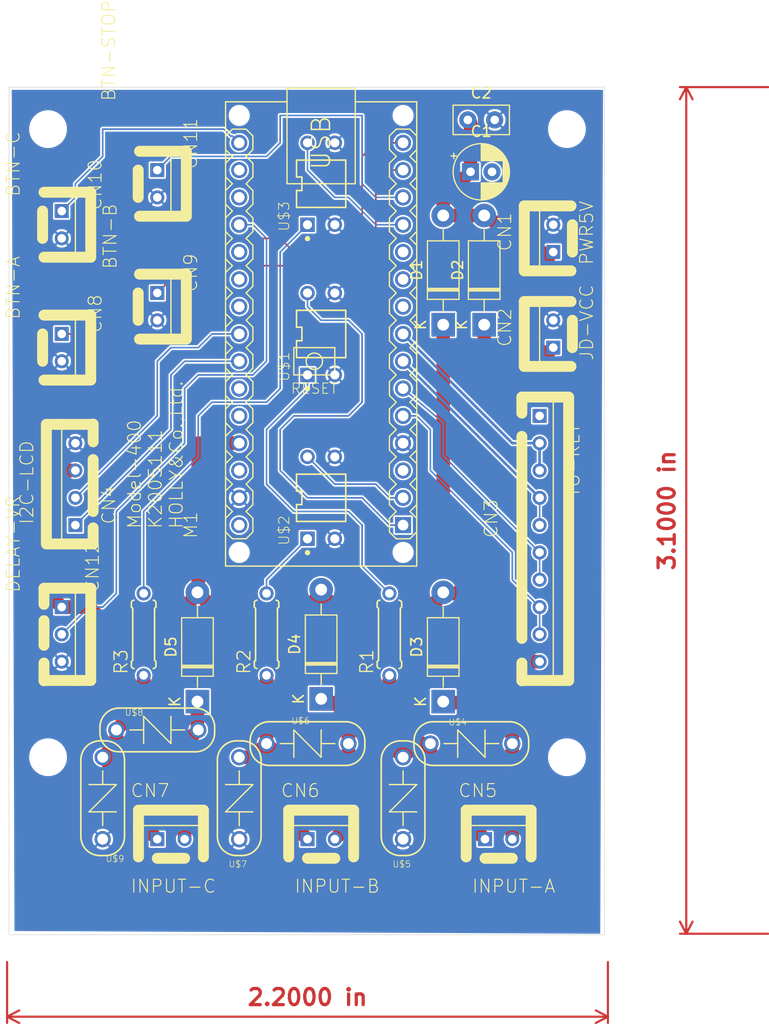
<source format=kicad_pcb>
(kicad_pcb (version 20171130) (host pcbnew 5.1.6-c6e7f7d~86~ubuntu18.04.1)
  (layers (0 Top signal) (31 Bottom signal hide) (34 B.Paste user hide) (35 F.Paste user hide) (36 B.SilkS user) (37 F.SilkS user) (38 B.Mask user hide) (39 F.Mask user hide) (44 Edge.Cuts user))
  (net 0 "")
  (net 1 VIN)
  (net 2 3V3)
  (net 3 GND)
  (net 4 /5V_M)
  (net 5 "Net-(CN10-PadP$1)")
  (net 6 "Net-(M1-PadJ2.13)")
  (net 7 "Net-(CN11-PadP$1)")
  (net 8 "Net-(M1-PadJ2.10)")
  (net 9 "Net-(CN12-PadP$2)")
  (net 10 "Net-(M1-PadJ2.11)")
  (net 11 "Net-(M1-PadJ2.9)")
  (net 12 "Net-(M1-PadJ2.6)")
  (net 13 "Net-(M1-PadJ2.5)")
  (net 14 "Net-(M1-PadJ2.3)")
  (net 15 "Net-(M1-PadJ1.12)")
  (net 16 "Net-(M1-PadJ1.11)")
  (net 17 "Net-(M1-PadJ1.10)")
  (net 18 "Net-(M1-PadJ1.9)")
  (net 19 "Net-(M1-PadJ1.3)")
  (net 20 "Net-(M1-PadJ1.2)")
  (net 21 "Net-(M1-PadJ1.1)")
  (net 22 "Net-(R1-Pad2)")
  (net 23 "Net-(R2-Pad2)")
  (net 24 "Net-(R3-Pad2)")
  (net 25 "Net-(CN5-PadP$2)")
  (net 26 "Net-(CN5-PadP$1)")
  (net 27 "Net-(CN6-PadP$2)")
  (net 28 "Net-(CN6-PadP$1)")
  (net 29 "Net-(CN8-PadP$1)")
  (net 30 "Net-(CN9-PadP$1)")
  (net 31 "Net-(CN4-PadP$1)")
  (net 32 "Net-(CN4-PadP$2)")
  (net 33 "Net-(CN3-PadP$2)")
  (net 34 "Net-(CN3-PadP$4)")
  (net 35 "Net-(CN3-PadP$6)")
  (net 36 "Net-(CN3-PadP$8)")
  (net 37 "Net-(CN3-PadP$1)")
  (net 38 "Net-(CN7-PadP$1)")
  (net 39 "Net-(CN7-PadP$2)")
  (net 40 /5V_JDV)
  (net 41 /5V_MPU)
  (module HOLE:MountingHole_3.2mm_M3_ISO7380 (layer Top) (at 172.7961 127.8586)
    (fp_text reference REF** hide)
    (fp_text value MountingHole_3.2mm_M3_ISO7380)
    (pad "" np_thru_hole circle (at 0 0) (size 3.2 3.2) (drill 3.2) (layers *.Cu *.Mask))
  )
  (module HOLE:MountingHole_3.2mm_M3_ISO7380 (layer Top) (at 124.5108 69.4436)
    (fp_text reference REF** hide)
    (fp_text value MountingHole_3.2mm_M3_ISO7380)
    (pad "" np_thru_hole circle (at 0.0253 -0.005) (size 3.2 3.2) (drill 3.2) (layers *.Cu *.Mask))
  )
  (module HOLE:MountingHole_3.2mm_M3_ISO7380 (layer Top) (at 123.19 128.27)
    (fp_text reference REF** hide)
    (fp_text value MountingHole_3.2mm_M3_ISO7380)
    (pad "" np_thru_hole circle (at 1.3461 -0.4114) (size 3.2 3.2) (drill 3.2) (layers *.Cu *.Mask))
  )
  (module HOLE:MountingHole_3.2mm_M3_ISO7380 (layer Top) (at 172.72 69.85)
    (fp_text reference REF** hide)
    (fp_text value MountingHole_3.2mm_M3_ISO7380)
    (pad "" np_thru_hole circle (at 0.0761 -0.4114) (size 3.2 3.2) (drill 3.2) (layers *.Cu *.Mask))
  )
  (module 001:ARDUINO-NANO-3.0 (layer Top) (at 149.9361 88.4886 270)
    (fp_text reference M1 (at 17.78 11.43 90) (layer F.SilkS) (effects (font (size 1.2065 1.2065) (thickness 0.09652)) (justify bottom)))
    (fp_text value ARDUINO-NANO-3.0)
    (fp_text user RESET (at 5.08 0.635) (layer F.SilkS) (effects (font (size 0.9652 0.9652) (thickness 0.08128))))
    (fp_text user USB (at -17.78 0 270) (layer F.SilkS) (effects (font (size 1.6891 1.6891) (thickness 0.14224))))
    (pad "" np_thru_hole circle (at 20.32 -7.62 270) (size 1.651 1.651) (drill 1.651) (layers *.Cu *.Mask))
    (pad "" np_thru_hole circle (at 20.32 7.62 270) (size 1.651 1.651) (drill 1.651) (layers *.Cu *.Mask))
    (pad "" np_thru_hole circle (at -20.32 7.62 270) (size 1.651 1.651) (drill 1.651) (layers *.Cu *.Mask))
    (pad "" np_thru_hole circle (at -20.32 -7.62 270) (size 1.651 1.651) (drill 1.651) (layers *.Cu *.Mask))
    (pad J2.15 thru_hole circle (at -17.78 7.62 270) (size 1.508 1.508) (drill 1) (layers *.Cu *.Mask) (net 5 "Net-(CN10-PadP$1)"))
    (pad J2.14 thru_hole circle (at -15.24 7.62 270) (size 1.508 1.508) (drill 1) (layers *.Cu *.Mask) (net 2 3V3))
    (pad J2.13 thru_hole circle (at -12.7 7.62 270) (size 1.508 1.508) (drill 1) (layers *.Cu *.Mask) (net 6 "Net-(M1-PadJ2.13)"))
    (pad J1.15 thru_hole circle (at -17.78 -7.62 270) (size 1.508 1.508) (drill 1) (layers *.Cu *.Mask) (net 29 "Net-(CN8-PadP$1)"))
    (pad J1.14 thru_hole circle (at -15.24 -7.62 270) (size 1.508 1.508) (drill 1) (layers *.Cu *.Mask) (net 30 "Net-(CN9-PadP$1)"))
    (pad J1.13 thru_hole circle (at -12.7 -7.62 270) (size 1.508 1.508) (drill 1) (layers *.Cu *.Mask) (net 7 "Net-(CN11-PadP$1)"))
    (pad J2.7 thru_hole circle (at 2.54 7.62 270) (size 1.508 1.508) (drill 1) (layers *.Cu *.Mask) (net 31 "Net-(CN4-PadP$1)"))
    (pad J2.10 thru_hole circle (at -5.08 7.62 270) (size 1.508 1.508) (drill 1) (layers *.Cu *.Mask) (net 8 "Net-(M1-PadJ2.10)"))
    (pad J2.12 thru_hole circle (at -10.16 7.62 270) (size 1.508 1.508) (drill 1) (layers *.Cu *.Mask) (net 9 "Net-(CN12-PadP$2)"))
    (pad J2.11 thru_hole circle (at -7.62 7.62 270) (size 1.508 1.508) (drill 1) (layers *.Cu *.Mask) (net 10 "Net-(M1-PadJ2.11)"))
    (pad J2.9 thru_hole circle (at -2.54 7.62 270) (size 1.508 1.508) (drill 1) (layers *.Cu *.Mask) (net 11 "Net-(M1-PadJ2.9)"))
    (pad J2.8 thru_hole circle (at 0 7.62 270) (size 1.508 1.508) (drill 1) (layers *.Cu *.Mask) (net 32 "Net-(CN4-PadP$2)"))
    (pad J2.6 thru_hole circle (at 5.08 7.62 270) (size 1.508 1.508) (drill 1) (layers *.Cu *.Mask) (net 12 "Net-(M1-PadJ2.6)"))
    (pad J2.5 thru_hole circle (at 7.62 7.62 270) (size 1.508 1.508) (drill 1) (layers *.Cu *.Mask) (net 13 "Net-(M1-PadJ2.5)"))
    (pad J2.4 thru_hole circle (at 10.16 7.62 270) (size 1.508 1.508) (drill 1) (layers *.Cu *.Mask) (net 41 /5V_MPU))
    (pad J2.3 thru_hole circle (at 12.7 7.62 270) (size 1.508 1.508) (drill 1) (layers *.Cu *.Mask) (net 14 "Net-(M1-PadJ2.3)"))
    (pad J2.2 thru_hole circle (at 15.24 7.62 270) (size 1.508 1.508) (drill 1) (layers *.Cu *.Mask) (net 3 GND))
    (pad J2.1 thru_hole circle (at 17.78 7.62 270) (size 1.508 1.508) (drill 1) (layers *.Cu *.Mask) (net 1 VIN))
    (pad J1.12 thru_hole circle (at -10.16 -7.62 270) (size 1.508 1.508) (drill 1) (layers *.Cu *.Mask) (net 15 "Net-(M1-PadJ1.12)"))
    (pad J1.11 thru_hole circle (at -7.62 -7.62 270) (size 1.508 1.508) (drill 1) (layers *.Cu *.Mask) (net 16 "Net-(M1-PadJ1.11)"))
    (pad J1.10 thru_hole circle (at -5.08 -7.62 270) (size 1.508 1.508) (drill 1) (layers *.Cu *.Mask) (net 17 "Net-(M1-PadJ1.10)"))
    (pad J1.9 thru_hole circle (at -2.54 -7.62 270) (size 1.508 1.508) (drill 1) (layers *.Cu *.Mask) (net 18 "Net-(M1-PadJ1.9)"))
    (pad J1.8 thru_hole circle (at 0 -7.62 270) (size 1.508 1.508) (drill 1) (layers *.Cu *.Mask) (net 33 "Net-(CN3-PadP$2)"))
    (pad J1.7 thru_hole circle (at 2.54 -7.62 270) (size 1.508 1.508) (drill 1) (layers *.Cu *.Mask) (net 34 "Net-(CN3-PadP$4)"))
    (pad J1.6 thru_hole circle (at 5.08 -7.62 270) (size 1.508 1.508) (drill 1) (layers *.Cu *.Mask) (net 35 "Net-(CN3-PadP$6)"))
    (pad J1.5 thru_hole circle (at 7.62 -7.62 270) (size 1.508 1.508) (drill 1) (layers *.Cu *.Mask) (net 36 "Net-(CN3-PadP$8)"))
    (pad J1.4 thru_hole circle (at 10.16 -7.62 270) (size 1.508 1.508) (drill 1) (layers *.Cu *.Mask) (net 3 GND))
    (pad J1.3 thru_hole circle (at 12.7 -7.62 270) (size 1.508 1.508) (drill 1) (layers *.Cu *.Mask) (net 19 "Net-(M1-PadJ1.3)"))
    (pad J1.2 thru_hole circle (at 15.24 -7.62 270) (size 1.508 1.508) (drill 1) (layers *.Cu *.Mask) (net 20 "Net-(M1-PadJ1.2)"))
    (pad J1.1 thru_hole rect (at 17.78 -7.62 270) (size 1.508 1.508) (drill 1) (layers *.Cu *.Mask) (net 21 "Net-(M1-PadJ1.1)"))
  )
  (module 001:B02B-XH (layer Top) (at 171.5261 78.3286 90)
    (fp_text reference CN1 (at -2.54 -3.81 90) (layer F.SilkS) (effects (font (size 1.2065 1.2065) (thickness 0.09652)) (justify left bottom)))
    (fp_text value PWR5V (at -3.81 3.81 90) (layer F.SilkS) (effects (font (size 1.2065 1.2065) (thickness 0.09652)) (justify left bottom)))
    (pad P$2 thru_hole circle (at 0 0 90) (size 1.308 1.308) (drill 0.8) (layers *.Cu *.Mask) (net 3 GND))
    (pad P$1 thru_hole rect (at -2.54 0 90) (size 1.308 1.308) (drill 0.8) (layers *.Cu *.Mask) (net 4 /5V_M))
  )
  (module 001:B02B-XH (layer Top) (at 167.7161 135.4786)
    (fp_text reference CN5 (at -5.08 -3.81) (layer F.SilkS) (effects (font (size 1.2065 1.2065) (thickness 0.09652)) (justify left bottom)))
    (fp_text value INPUT-A (at -3.81 5.08) (layer F.SilkS) (effects (font (size 1.2065 1.2065) (thickness 0.09652)) (justify left bottom)))
    (pad P$2 thru_hole circle (at 0 0) (size 1.308 1.308) (drill 0.8) (layers *.Cu *.Mask) (net 25 "Net-(CN5-PadP$2)"))
    (pad P$1 thru_hole rect (at -2.54 0) (size 1.308 1.308) (drill 0.8) (layers *.Cu *.Mask) (net 26 "Net-(CN5-PadP$1)"))
  )
  (module 001:B02B-XH (layer Top) (at 151.2061 135.4786)
    (fp_text reference CN6 (at -5.08 -3.81) (layer F.SilkS) (effects (font (size 1.2065 1.2065) (thickness 0.09652)) (justify left bottom)))
    (fp_text value INPUT-B (at -3.81 5.08) (layer F.SilkS) (effects (font (size 1.2065 1.2065) (thickness 0.09652)) (justify left bottom)))
    (pad P$2 thru_hole circle (at 0 0) (size 1.308 1.308) (drill 0.8) (layers *.Cu *.Mask) (net 27 "Net-(CN6-PadP$2)"))
    (pad P$1 thru_hole rect (at -2.54 0) (size 1.308 1.308) (drill 0.8) (layers *.Cu *.Mask) (net 28 "Net-(CN6-PadP$1)"))
  )
  (module 001:B10B-XH (layer Top) (at 170.2561 98.6486 270)
    (fp_text reference CN3 (at 8.89 3.81 90) (layer F.SilkS) (effects (font (size 1.2065 1.2065) (thickness 0.09652)) (justify left bottom)))
    (fp_text value TO-RLY (at 5.08 -3.81 90) (layer F.SilkS) (effects (font (size 1.2065 1.2065) (thickness 0.09652)) (justify left bottom)))
    (pad P$10 thru_hole circle (at 20.32 0 270) (size 1.308 1.308) (drill 0.8) (layers *.Cu *.Mask) (net 41 /5V_MPU))
    (pad P$9 thru_hole circle (at 17.78 0 270) (size 1.308 1.308) (drill 0.8) (layers *.Cu *.Mask) (net 36 "Net-(CN3-PadP$8)"))
    (pad P$8 thru_hole circle (at 15.24 0 270) (size 1.308 1.308) (drill 0.8) (layers *.Cu *.Mask) (net 36 "Net-(CN3-PadP$8)"))
    (pad P$7 thru_hole circle (at 12.7 0 270) (size 1.308 1.308) (drill 0.8) (layers *.Cu *.Mask) (net 35 "Net-(CN3-PadP$6)"))
    (pad P$6 thru_hole circle (at 10.16 0 270) (size 1.308 1.308) (drill 0.8) (layers *.Cu *.Mask) (net 35 "Net-(CN3-PadP$6)"))
    (pad P$5 thru_hole circle (at 7.62 0 270) (size 1.308 1.308) (drill 0.8) (layers *.Cu *.Mask) (net 34 "Net-(CN3-PadP$4)"))
    (pad P$4 thru_hole circle (at 5.08 0 270) (size 1.308 1.308) (drill 0.8) (layers *.Cu *.Mask) (net 34 "Net-(CN3-PadP$4)"))
    (pad P$3 thru_hole circle (at 2.54 0 270) (size 1.308 1.308) (drill 0.8) (layers *.Cu *.Mask) (net 33 "Net-(CN3-PadP$2)"))
    (pad P$2 thru_hole circle (at 0 0 270) (size 1.308 1.308) (drill 0.8) (layers *.Cu *.Mask) (net 33 "Net-(CN3-PadP$2)"))
    (pad P$1 thru_hole rect (at -2.54 0 270) (size 1.308 1.308) (drill 0.8) (layers *.Cu *.Mask) (net 37 "Net-(CN3-PadP$1)"))
  )
  (module 001:B02B-XH (layer Top) (at 171.5261 87.2186 90)
    (fp_text reference CN2 (at -2.54 -3.81 90) (layer F.SilkS) (effects (font (size 1.2065 1.2065) (thickness 0.09652)) (justify left bottom)))
    (fp_text value JD-VCC (at -3.81 3.81 90) (layer F.SilkS) (effects (font (size 1.2065 1.2065) (thickness 0.09652)) (justify left bottom)))
    (pad P$2 thru_hole circle (at 0 0 90) (size 1.308 1.308) (drill 0.8) (layers *.Cu *.Mask) (net 3 GND))
    (pad P$1 thru_hole rect (at -2.54 0 90) (size 1.308 1.308) (drill 0.8) (layers *.Cu *.Mask) (net 40 /5V_JDV))
  )
  (module 001:B02B-XH (layer Top) (at 125.8061 91.0286 270)
    (fp_text reference CN8 (at -2.54 -3.81 90) (layer F.SilkS) (effects (font (size 1.2065 1.2065) (thickness 0.09652)) (justify left bottom)))
    (fp_text value BTN-A (at -3.81 3.81 90) (layer F.SilkS) (effects (font (size 1.2065 1.2065) (thickness 0.09652)) (justify left bottom)))
    (pad P$2 thru_hole circle (at 0 0 270) (size 1.308 1.308) (drill 0.8) (layers *.Cu *.Mask) (net 3 GND))
    (pad P$1 thru_hole rect (at -2.54 0 270) (size 1.308 1.308) (drill 0.8) (layers *.Cu *.Mask) (net 29 "Net-(CN8-PadP$1)"))
  )
  (module 001:TOSHIBA_TLP222A_F_0 (layer Top) (at 149.9361 88.4886 90)
    (fp_text reference U$1 (at -4.485 -2.89 90) (layer F.SilkS) (effects (font (size 0.95 0.95) (thickness 0.076)) (justify left bottom)))
    (fp_text value U1 hide)
    (pad 4 thru_hole circle (at 3.81 -1.27 90) (size 1.35 1.35) (drill 0.85) (layers *.Cu *.Mask) (net 21 "Net-(M1-PadJ1.1)"))
    (pad 3 thru_hole circle (at 3.81 1.27 90) (size 1.35 1.35) (drill 0.85) (layers *.Cu *.Mask) (net 3 GND))
    (pad 2 thru_hole circle (at -3.81 1.27 90) (size 1.35 1.35) (drill 0.85) (layers *.Cu *.Mask) (net 3 GND))
    (pad 1 thru_hole rect (at -3.81 -1.27 90) (size 1.35 1.35) (drill 0.85) (layers *.Cu *.Mask) (net 22 "Net-(R1-Pad2)"))
  )
  (module 001:TOSHIBA_TLP222A_F_0 (layer Top) (at 149.9361 103.7286 90)
    (fp_text reference U$2 (at -4.485 -2.89 90) (layer F.SilkS) (effects (font (size 0.95 0.95) (thickness 0.076)) (justify left bottom)))
    (fp_text value TOSHIBA_TLP222A_F_SIMPLE hide)
    (pad 4 thru_hole circle (at 3.81 -1.27 90) (size 1.35 1.35) (drill 0.85) (layers *.Cu *.Mask) (net 20 "Net-(M1-PadJ1.2)"))
    (pad 3 thru_hole circle (at 3.81 1.27 90) (size 1.35 1.35) (drill 0.85) (layers *.Cu *.Mask) (net 3 GND))
    (pad 2 thru_hole circle (at -3.81 1.27 90) (size 1.35 1.35) (drill 0.85) (layers *.Cu *.Mask) (net 3 GND))
    (pad 1 thru_hole rect (at -3.81 -1.27 90) (size 1.35 1.35) (drill 0.85) (layers *.Cu *.Mask) (net 23 "Net-(R2-Pad2)"))
  )
  (module 001:B04B-XH (layer Top) (at 127.0761 103.7286 90)
    (fp_text reference CN4 (at -2.54 3.81 90) (layer F.SilkS) (effects (font (size 1.2065 1.2065) (thickness 0.09652)) (justify left bottom)))
    (fp_text value I2C-LCD (at -2.54 -3.81 90) (layer F.SilkS) (effects (font (size 1.2065 1.2065) (thickness 0.09652)) (justify left bottom)))
    (pad P$4 thru_hole circle (at 5.08 0 90) (size 1.308 1.308) (drill 0.8) (layers *.Cu *.Mask) (net 3 GND))
    (pad P$3 thru_hole circle (at 2.54 0 90) (size 1.308 1.308) (drill 0.8) (layers *.Cu *.Mask) (net 41 /5V_MPU))
    (pad P$2 thru_hole circle (at 0 0 90) (size 1.308 1.308) (drill 0.8) (layers *.Cu *.Mask) (net 32 "Net-(CN4-PadP$2)"))
    (pad P$1 thru_hole rect (at -2.54 0 90) (size 1.308 1.308) (drill 0.8) (layers *.Cu *.Mask) (net 31 "Net-(CN4-PadP$1)"))
  )
  (module 001:0207_7 (layer Top) (at 156.2861 116.4286 90)
    (fp_text reference R1 (at -3.81 -1.397 90) (layer F.SilkS) (effects (font (size 1.2065 1.2065) (thickness 0.12065)) (justify left bottom)))
    (fp_text value 4.7k)
    (pad 2 thru_hole circle (at 3.81 0 90) (size 1.3208 1.3208) (drill 0.8128) (layers *.Cu *.Mask) (net 22 "Net-(R1-Pad2)"))
    (pad 1 thru_hole circle (at -3.81 0 90) (size 1.3208 1.3208) (drill 0.8128) (layers *.Cu *.Mask) (net 26 "Net-(CN5-PadP$1)"))
  )
  (module 001:0207_7 (layer Top) (at 144.8561 116.4286 90)
    (fp_text reference R2 (at -3.81 -1.397 90) (layer F.SilkS) (effects (font (size 1.2065 1.2065) (thickness 0.12065)) (justify left bottom)))
    (fp_text value 4.7k)
    (pad 2 thru_hole circle (at 3.81 0 90) (size 1.3208 1.3208) (drill 0.8128) (layers *.Cu *.Mask) (net 23 "Net-(R2-Pad2)"))
    (pad 1 thru_hole circle (at -3.81 0 90) (size 1.3208 1.3208) (drill 0.8128) (layers *.Cu *.Mask) (net 28 "Net-(CN6-PadP$1)"))
  )
  (module 001:B02B-XH (layer Top) (at 134.6961 87.2186 270)
    (fp_text reference CN9 (at -2.54 -3.81 90) (layer F.SilkS) (effects (font (size 1.2065 1.2065) (thickness 0.09652)) (justify left bottom)))
    (fp_text value BTN-B (at -4.699 3.683 90) (layer F.SilkS) (effects (font (size 1.2065 1.2065) (thickness 0.09652)) (justify left bottom)))
    (pad P$2 thru_hole circle (at 0 0 270) (size 1.308 1.308) (drill 0.8) (layers *.Cu *.Mask) (net 3 GND))
    (pad P$1 thru_hole rect (at -2.54 0 270) (size 1.308 1.308) (drill 0.8) (layers *.Cu *.Mask) (net 30 "Net-(CN9-PadP$1)"))
  )
  (module 001:B02B-XH (layer Top) (at 134.6961 75.7886 270)
    (fp_text reference CN11 (at -2.54 -3.81 90) (layer F.SilkS) (effects (font (size 1.2065 1.2065) (thickness 0.09652)) (justify left bottom)))
    (fp_text value BTN-STOP (at -8.89 3.81 90) (layer F.SilkS) (effects (font (size 1.2065 1.2065) (thickness 0.09652)) (justify left bottom)))
    (pad P$2 thru_hole circle (at 0 0 270) (size 1.308 1.308) (drill 0.8) (layers *.Cu *.Mask) (net 3 GND))
    (pad P$1 thru_hole rect (at -2.54 0 270) (size 1.308 1.308) (drill 0.8) (layers *.Cu *.Mask) (net 7 "Net-(CN11-PadP$1)"))
  )
  (module 001:B03B-XH (layer Top) (at 125.8061 116.4286 270)
    (fp_text reference CN12 (at -3.81 -3.556 90) (layer F.SilkS) (effects (font (size 1.2065 1.2065) (thickness 0.09652)) (justify left bottom)))
    (fp_text value DELAY-VR (at -3.81 3.81 90) (layer F.SilkS) (effects (font (size 1.2065 1.2065) (thickness 0.09652)) (justify left bottom)))
    (pad P$3 thru_hole circle (at 2.54 0 270) (size 1.308 1.308) (drill 0.8) (layers *.Cu *.Mask) (net 3 GND))
    (pad P$2 thru_hole circle (at 0 0 270) (size 1.308 1.308) (drill 0.8) (layers *.Cu *.Mask) (net 9 "Net-(CN12-PadP$2)"))
    (pad P$1 thru_hole rect (at -2.54 0 270) (size 1.308 1.308) (drill 0.8) (layers *.Cu *.Mask) (net 41 /5V_MPU))
  )
  (module 001:TOSHIBA_TLP222A_F_0 (layer Top) (at 149.9361 74.5186 90)
    (fp_text reference U$3 (at -4.485 -2.89 90) (layer F.SilkS) (effects (font (size 0.95 0.95) (thickness 0.076)) (justify left bottom)))
    (fp_text value TOSHIBA_TLP222A_F_SIMPLE hide)
    (pad 4 thru_hole circle (at 3.81 -1.27 90) (size 1.35 1.35) (drill 0.85) (layers *.Cu *.Mask) (net 15 "Net-(M1-PadJ1.12)"))
    (pad 3 thru_hole circle (at 3.81 1.27 90) (size 1.35 1.35) (drill 0.85) (layers *.Cu *.Mask) (net 3 GND))
    (pad 2 thru_hole circle (at -3.81 1.27 90) (size 1.35 1.35) (drill 0.85) (layers *.Cu *.Mask) (net 3 GND))
    (pad 1 thru_hole rect (at -3.81 -1.27 90) (size 1.35 1.35) (drill 0.85) (layers *.Cu *.Mask) (net 24 "Net-(R3-Pad2)"))
  )
  (module 001:0207_7 (layer Top) (at 133.4261 116.4286 90)
    (fp_text reference R3 (at -3.81 -1.397 90) (layer F.SilkS) (effects (font (size 1.2065 1.2065) (thickness 0.12065)) (justify left bottom)))
    (fp_text value 4.7k)
    (pad 2 thru_hole circle (at 3.81 0 90) (size 1.3208 1.3208) (drill 0.8128) (layers *.Cu *.Mask) (net 24 "Net-(R3-Pad2)"))
    (pad 1 thru_hole circle (at -3.81 0 90) (size 1.3208 1.3208) (drill 0.8128) (layers *.Cu *.Mask) (net 38 "Net-(CN7-PadP$1)"))
  )
  (module 001:B02B-XH (layer Top) (at 137.2361 135.4786)
    (fp_text reference CN7 (at -5.08 -3.81) (layer F.SilkS) (effects (font (size 1.2065 1.2065) (thickness 0.09652)) (justify left bottom)))
    (fp_text value INPUT-C (at -5.08 5.08) (layer F.SilkS) (effects (font (size 1.2065 1.2065) (thickness 0.09652)) (justify left bottom)))
    (pad P$2 thru_hole circle (at 0 0) (size 1.308 1.308) (drill 0.8) (layers *.Cu *.Mask) (net 39 "Net-(CN7-PadP$2)"))
    (pad P$1 thru_hole rect (at -2.54 0) (size 1.308 1.308) (drill 0.8) (layers *.Cu *.Mask) (net 38 "Net-(CN7-PadP$1)"))
  )
  (module 001:B02B-XH (layer Top) (at 125.8061 79.5986 270)
    (fp_text reference CN10 (at -2.54 -3.81 90) (layer F.SilkS) (effects (font (size 1.2065 1.2065) (thickness 0.09652)) (justify left bottom)))
    (fp_text value BTN-C (at -3.81 3.81 90) (layer F.SilkS) (effects (font (size 1.2065 1.2065) (thickness 0.09652)) (justify left bottom)))
    (pad P$2 thru_hole circle (at 0 0 270) (size 1.308 1.308) (drill 0.8) (layers *.Cu *.Mask) (net 3 GND))
    (pad P$1 thru_hole rect (at -2.54 0 270) (size 1.308 1.308) (drill 0.8) (layers *.Cu *.Mask) (net 5 "Net-(CN10-PadP$1)"))
  )
  (module 001:08-043X78_VARI (layer Top) (at 163.9061 126.5886 180)
    (fp_text reference U$4 (at 2.159 1.651) (layer F.SilkS) (effects (font (size 0.57912 0.57912) (thickness 0.057912)) (justify left bottom)))
    (fp_text value TNR10V471K)
    (pad 2 thru_hole circle (at 3.81 0 180) (size 1.524 1.524) (drill 1.016) (layers *.Cu *.Mask) (net 26 "Net-(CN5-PadP$1)"))
    (pad 1 thru_hole circle (at -3.81 0 180) (size 1.524 1.524) (drill 1.016) (layers *.Cu *.Mask) (net 25 "Net-(CN5-PadP$2)"))
  )
  (module 001:08-043X78_VARI (layer Top) (at 157.5561 131.6686 270)
    (fp_text reference U$5 (at 6.477 1.016) (layer F.SilkS) (effects (font (size 0.57912 0.57912) (thickness 0.057912)) (justify left bottom)))
    (fp_text value TNR10V471K)
    (pad 2 thru_hole circle (at 3.81 0 270) (size 1.524 1.524) (drill 1.016) (layers *.Cu *.Mask) (net 3 GND))
    (pad 1 thru_hole circle (at -3.81 0 270) (size 1.524 1.524) (drill 1.016) (layers *.Cu *.Mask) (net 26 "Net-(CN5-PadP$1)"))
  )
  (module 001:08-043X78_VARI (layer Top) (at 148.6661 126.5886 180)
    (fp_text reference U$6 (at 1.524 1.778) (layer F.SilkS) (effects (font (size 0.57912 0.57912) (thickness 0.057912)) (justify left bottom)))
    (fp_text value TNR10V471K)
    (pad 2 thru_hole circle (at 3.81 0 180) (size 1.524 1.524) (drill 1.016) (layers *.Cu *.Mask) (net 28 "Net-(CN6-PadP$1)"))
    (pad 1 thru_hole circle (at -3.81 0 180) (size 1.524 1.524) (drill 1.016) (layers *.Cu *.Mask) (net 27 "Net-(CN6-PadP$2)"))
  )
  (module 001:08-043X78_VARI (layer Top) (at 142.3161 131.6686 270)
    (fp_text reference U$7 (at 6.477 1.016) (layer F.SilkS) (effects (font (size 0.57912 0.57912) (thickness 0.057912)) (justify left bottom)))
    (fp_text value TNR10V471K)
    (pad 2 thru_hole circle (at 3.81 0 270) (size 1.524 1.524) (drill 1.016) (layers *.Cu *.Mask) (net 3 GND))
    (pad 1 thru_hole circle (at -3.81 0 270) (size 1.524 1.524) (drill 1.016) (layers *.Cu *.Mask) (net 28 "Net-(CN6-PadP$1)"))
  )
  (module 001:08-043X78_VARI (layer Top) (at 134.6961 125.3186)
    (fp_text reference U$8 (at -3.048 -1.27) (layer F.SilkS) (effects (font (size 0.57912 0.57912) (thickness 0.057912)) (justify left bottom)))
    (fp_text value TNR10V471K)
    (pad 2 thru_hole circle (at 3.81 0) (size 1.524 1.524) (drill 1.016) (layers *.Cu *.Mask) (net 39 "Net-(CN7-PadP$2)"))
    (pad 1 thru_hole circle (at -3.81 0) (size 1.524 1.524) (drill 1.016) (layers *.Cu *.Mask) (net 38 "Net-(CN7-PadP$1)"))
  )
  (module 001:08-043X78_VARI (layer Top) (at 129.6161 131.6686 90)
    (fp_text reference U$9 (at -5.969 0.254) (layer F.SilkS) (effects (font (size 0.57912 0.57912) (thickness 0.057912)) (justify left bottom)))
    (fp_text value TNR10V471K)
    (pad 2 thru_hole circle (at 3.81 0 90) (size 1.524 1.524) (drill 1.016) (layers *.Cu *.Mask) (net 38 "Net-(CN7-PadP$1)"))
    (pad 1 thru_hole circle (at -3.81 0 90) (size 1.524 1.524) (drill 1.016) (layers *.Cu *.Mask) (net 3 GND))
  )
  (module Diode_THT:D_DO-41_SOD81_P10.16mm_Horizontal (layer Top) (at 161.29 87.63 90)
    (fp_text reference D1 (at 5.08 -2.47 90) (layer F.SilkS))
    (fp_text value 1N4007)
    (fp_text user K (at 0 -2.1 90) (layer F.SilkS))
    (pad 2 thru_hole oval (at 10.16 0 90) (size 2.2 2.2) (drill 1.1) (layers *.Cu *.Mask) (net 4 /5V_M))
    (pad 1 thru_hole rect (at 0 0 90) (size 2.2 2.2) (drill 1.1) (layers *.Cu *.Mask))
  )
  (module Diode_THT:D_DO-41_SOD81_P10.16mm_Horizontal (layer Top) (at 165.1 87.63 90)
    (fp_text reference D2 (at 5.08 -2.47 90) (layer F.SilkS))
    (fp_text value 1N4007)
    (fp_text user K (at 0 -2.1 90) (layer F.SilkS))
    (pad 1 thru_hole rect (at 0 0 90) (size 2.2 2.2) (drill 1.1) (layers *.Cu *.Mask))
    (pad 2 thru_hole oval (at 10.16 0 90) (size 2.2 2.2) (drill 1.1) (layers *.Cu *.Mask) (net 4 /5V_M))
  )
  (module Diode_THT:D_DO-41_SOD81_P10.16mm_Horizontal (layer Top) (at 161.29 122.682 90)
    (fp_text reference D3 (at 5.08 -2.47 90) (layer F.SilkS))
    (fp_text value 1N4007)
    (fp_text user K (at 0 -2.1 90) (layer F.SilkS))
    (pad 2 thru_hole oval (at 10.16 0 90) (size 2.2 2.2) (drill 1.1) (layers *.Cu *.Mask))
    (pad 1 thru_hole rect (at 0 0 90) (size 2.2 2.2) (drill 1.1) (layers *.Cu *.Mask))
  )
  (module Diode_THT:D_DO-41_SOD81_P10.16mm_Horizontal (layer Top) (at 149.9361 122.428 90)
    (fp_text reference D4 (at 5.08 -2.47 90) (layer F.SilkS))
    (fp_text value 1N4007)
    (fp_text user K (at 0 -2.1 90) (layer F.SilkS))
    (pad 1 thru_hole rect (at 0 0 90) (size 2.2 2.2) (drill 1.1) (layers *.Cu *.Mask))
    (pad 2 thru_hole oval (at 10.16 0 90) (size 2.2 2.2) (drill 1.1) (layers *.Cu *.Mask))
  )
  (module Diode_THT:D_DO-41_SOD81_P10.16mm_Horizontal (layer Top) (at 138.43 122.682 90)
    (fp_text reference D5 (at 5.08 -2.47 90) (layer F.SilkS))
    (fp_text value 1N4007)
    (fp_text user K (at 0 -2.1 90) (layer F.SilkS))
    (pad 1 thru_hole rect (at 0 0 90) (size 2.2 2.2) (drill 1.1) (layers *.Cu *.Mask))
    (pad 2 thru_hole oval (at 10.16 0 90) (size 2.2 2.2) (drill 1.1) (layers *.Cu *.Mask))
  )
  (module C:CP_Radial_D5.0mm_P2.00mm (layer Top) (at 163.83 73.406)
    (fp_text reference C1 (at 1 -3.75) (layer F.SilkS))
    (fp_text value 10uF)
    (pad 1 thru_hole rect (at 0 0) (size 1.6 1.6) (drill 0.8) (layers *.Cu *.Mask) (net 4 /5V_M))
    (pad 2 thru_hole circle (at 2 0) (size 1.6 1.6) (drill 0.8) (layers *.Cu *.Mask))
  )
  (module C:C_Disc_D5.0mm_W2.5mm_P2.50mm (layer Top) (at 163.576 68.58)
    (fp_text reference C2 (at 1.25 -2.5) (layer F.SilkS))
    (fp_text value 0.1uF)
    (pad 1 thru_hole circle (at 0 0) (size 1.6 1.6) (drill 0.8) (layers *.Cu *.Mask) (net 4 /5V_M))
    (pad 2 thru_hole circle (at 2.5 0) (size 1.6 1.6) (drill 0.8) (layers *.Cu *.Mask) (net 3 GND))
  )
  (dimension 78.74 (width 0.2) (layer Top) (gr_text "78.740 mm" (at 181.896 104.902 270) (layer Top) (effects (font (size 1.5 1.5) (thickness 0.3)))) (feature1 (pts (xy 191.516 144.272) (xy 183.309579 144.272))) (feature2 (pts (xy 191.516 65.532) (xy 183.309579 65.532))) (crossbar (pts (xy 183.896 65.532) (xy 183.896 144.272))) (arrow1a (pts (xy 183.896 144.272) (xy 183.309579 143.145496))) (arrow1b (pts (xy 183.896 144.272) (xy 184.482421 143.145496))) (arrow2a (pts (xy 183.896 65.532) (xy 183.309579 66.658504))) (arrow2b (pts (xy 183.896 65.532) (xy 184.482421 66.658504))))
  (gr_line (start 120.904 144.3686) (end 176.2761 144.3686) (layer Edge.Cuts) (width 0.05))
  (gr_line (start 176.2761 144.3686) (end 176.2761 65.532) (layer Edge.Cuts) (width 0.05))
  (gr_line (start 176.2761 65.532) (end 120.904 65.532) (layer Edge.Cuts) (width 0.05))
  (gr_line (start 120.904 65.532) (end 120.904 144.272) (layer Edge.Cuts) (width 0.05))
  (gr_text "Model-400 \nK2005111\nHOLLY&Co.,Ltd." (at 137.16 106.68 90) (layer F.SilkS) (effects (font (size 1.2065 1.2065) (thickness 0.1016)) (justify left bottom)))
  (dimension 55.88 (width 0.2) (layer Top) (gr_text "55.880 mm" (at 148.6661 153.9886) (layer Top) (effects (font (size 1.5 1.5) (thickness 0.3)))) (feature1 (pts (xy 176.6061 146.9086) (xy 176.6061 152.575021))) (feature2 (pts (xy 120.7261 146.9086) (xy 120.7261 152.575021))) (crossbar (pts (xy 120.7261 151.9886) (xy 176.6061 151.9886))) (arrow1a (pts (xy 176.6061 151.9886) (xy 175.479596 152.575021))) (arrow1b (pts (xy 176.6061 151.9886) (xy 175.479596 151.402179))) (arrow2a (pts (xy 120.7261 151.9886) (xy 121.852604 152.575021))) (arrow2b (pts (xy 120.7261 151.9886) (xy 121.852604 151.402179))))
  (segment (start 161.29 75.946) (end 163.83 73.406) (width 1.25) (layer Top) (net 4))
  (segment (start 161.29 77.47) (end 161.29 75.946) (width 1.25) (layer Top) (net 4))
  (segment (start 163.83 68.834) (end 163.576 68.58) (width 1.25) (layer Top) (net 4))
  (segment (start 163.83 73.406) (end 163.83 68.834) (width 1.25) (layer Top) (net 4))
  (segment (start 161.29 77.47) (end 165.1 77.47) (width 1.25) (layer Top) (net 4))
  (segment (start 171.1147 81.28) (end 171.5261 80.8686) (width 1.25) (layer Top) (net 4))
  (segment (start 165.1 77.47) (end 171.1147 81.28) (width 1.25) (layer Top) (net 4))
  (segment (start 125.8061 77.0586) (end 127.0761 75.7886) (width 0.1524) (layer Bottom) (net 5))
  (segment (start 127.0761 74.5186) (end 127.0761 75.7886) (width 0.1524) (layer Bottom) (net 5))
  (segment (start 127.0761 74.5186) (end 129.6161 71.9786) (width 0.1524) (layer Bottom) (net 5))
  (segment (start 129.6161 71.9786) (end 129.6161 69.4386) (width 0.1524) (layer Bottom) (net 5))
  (segment (start 129.6161 69.4386) (end 140.874062 69.4386) (width 0.1524) (layer Bottom) (net 5))
  (segment (start 140.874062 69.4386) (end 141.521762 70.0863) (width 0.1524) (layer Bottom) (net 5))
  (segment (start 141.521762 70.0863) (end 141.6938 70.0863) (width 0.1524) (layer Bottom) (net 5))
  (segment (start 141.6938 70.0863) (end 142.3161 70.7086) (width 0.1524) (layer Bottom) (net 5))
  (segment (start 134.6961 73.2486) (end 135.9661 71.9786) (width 0.1524) (layer Bottom) (net 7))
  (segment (start 135.9661 71.9786) (end 144.8561 71.9786) (width 0.1524) (layer Bottom) (net 7))
  (segment (start 144.8561 71.9786) (end 146.1261 70.7086) (width 0.1524) (layer Bottom) (net 7))
  (segment (start 146.1261 70.7086) (end 146.1261 68.1686) (width 0.1524) (layer Bottom) (net 7))
  (segment (start 146.1261 68.1686) (end 153.7461 68.1686) (width 0.1524) (layer Bottom) (net 7))
  (segment (start 153.7461 68.1686) (end 153.7461 74.5186) (width 0.1524) (layer Bottom) (net 7))
  (segment (start 153.7461 74.5186) (end 155.0161 75.7886) (width 0.1524) (layer Bottom) (net 7))
  (segment (start 155.0161 75.7886) (end 157.5561 75.7886) (width 0.1524) (layer Bottom) (net 7))
  (segment (start 125.8061 116.4286) (end 128.3461 113.8886) (width 0.1524) (layer Bottom) (net 9))
  (segment (start 128.3461 113.8886) (end 129.6161 113.8886) (width 0.1524) (layer Bottom) (net 9))
  (segment (start 129.6161 113.8886) (end 130.8861 112.6186) (width 0.1524) (layer Bottom) (net 9))
  (segment (start 130.8861 104.9986) (end 137.2361 98.6486) (width 0.1524) (layer Bottom) (net 9))
  (segment (start 137.2361 98.6486) (end 137.2361 93.5686) (width 0.1524) (layer Bottom) (net 9))
  (segment (start 137.2361 93.5686) (end 138.5061 92.2986) (width 0.1524) (layer Bottom) (net 9))
  (segment (start 138.5061 92.2986) (end 143.5861 92.2986) (width 0.1524) (layer Bottom) (net 9))
  (segment (start 143.5861 92.2986) (end 144.8561 91.0286) (width 0.1524) (layer Bottom) (net 9))
  (segment (start 144.8561 91.0286) (end 144.8561 79.5986) (width 0.1524) (layer Bottom) (net 9))
  (segment (start 144.8561 79.5986) (end 143.5861 78.3286) (width 0.1524) (layer Bottom) (net 9))
  (segment (start 143.5861 78.3286) (end 142.3161 78.3286) (width 0.1524) (layer Bottom) (net 9))
  (segment (start 130.8861 112.6186) (end 130.8861 104.9986) (width 0.1524) (layer Bottom) (net 9))
  (segment (start 148.6661 70.7086) (end 148.6661 73.2486) (width 0.1524) (layer Bottom) (net 15))
  (segment (start 152.4761 75.7886) (end 155.0161 78.3286) (width 0.1524) (layer Bottom) (net 15))
  (segment (start 155.0161 78.3286) (end 157.5561 78.3286) (width 0.1524) (layer Bottom) (net 15))
  (segment (start 151.2061 75.7886) (end 152.4761 75.7886) (width 0.1524) (layer Bottom) (net 15))
  (segment (start 148.6661 73.2486) (end 151.2061 75.7886) (width 0.1524) (layer Bottom) (net 15))
  (segment (start 157.5561 103.7286) (end 156.2861 103.7286) (width 0.1524) (layer Bottom) (net 20))
  (segment (start 156.2861 103.7286) (end 155.0161 102.4586) (width 0.1524) (layer Bottom) (net 20))
  (segment (start 155.0161 102.4586) (end 151.2061 102.4586) (width 0.1524) (layer Bottom) (net 20))
  (segment (start 151.2061 102.4586) (end 148.6661 99.9186) (width 0.1524) (layer Bottom) (net 20))
  (segment (start 157.5561 106.2686) (end 156.2861 106.2686) (width 0.1524) (layer Bottom) (net 21))
  (segment (start 156.2861 106.2686) (end 153.7461 103.7286) (width 0.1524) (layer Bottom) (net 21))
  (segment (start 148.6661 103.7286) (end 146.1261 101.1886) (width 0.1524) (layer Bottom) (net 21))
  (segment (start 146.1261 101.1886) (end 146.1261 97.3786) (width 0.1524) (layer Bottom) (net 21))
  (segment (start 146.1261 97.3786) (end 147.3961 96.1086) (width 0.1524) (layer Bottom) (net 21))
  (segment (start 147.3961 96.1086) (end 152.4761 96.1086) (width 0.1524) (layer Bottom) (net 21))
  (segment (start 152.4761 96.1086) (end 153.7461 94.8386) (width 0.1524) (layer Bottom) (net 21))
  (segment (start 153.7461 94.8386) (end 153.7461 88.4886) (width 0.1524) (layer Bottom) (net 21))
  (segment (start 153.7461 88.4886) (end 152.4761 87.2186) (width 0.1524) (layer Bottom) (net 21))
  (segment (start 152.4761 87.2186) (end 149.9361 87.2186) (width 0.1524) (layer Bottom) (net 21))
  (segment (start 149.9361 87.2186) (end 148.6661 85.9486) (width 0.1524) (layer Bottom) (net 21))
  (segment (start 148.6661 85.9486) (end 148.6661 84.6786) (width 0.1524) (layer Bottom) (net 21))
  (segment (start 153.7461 103.7286) (end 148.6661 103.7286) (width 0.1524) (layer Bottom) (net 21))
  (segment (start 144.8561 102.4586) (end 147.396103 104.998604) (width 0.1524) (layer Bottom) (net 22))
  (segment (start 144.8561 102.4586) (end 144.8561 97.3786) (width 0.1524) (layer Bottom) (net 22))
  (segment (start 148.6661 93.5686) (end 148.6661 92.2986) (width 0.1524) (layer Bottom) (net 22))
  (segment (start 148.6661 93.5686) (end 144.8561 97.3786) (width 0.1524) (layer Bottom) (net 22))
  (segment (start 153.7461 110.0786) (end 156.2861 112.6186) (width 0.1524) (layer Bottom) (net 22))
  (segment (start 147.396103 104.998604) (end 152.476096 104.998604) (width 0.1524) (layer Bottom) (net 22))
  (segment (start 152.476096 104.998604) (end 152.4761 104.9986) (width 0.1524) (layer Bottom) (net 22))
  (segment (start 152.4761 104.9986) (end 153.7461 106.2686) (width 0.1524) (layer Bottom) (net 22))
  (segment (start 153.7461 106.2686) (end 153.7461 110.0786) (width 0.1524) (layer Bottom) (net 22))
  (segment (start 144.8561 112.6186) (end 144.8561 111.3486) (width 0.1524) (layer Bottom) (net 23))
  (segment (start 144.8561 111.3486) (end 148.6661 107.5386) (width 0.1524) (layer Bottom) (net 23))
  (segment (start 133.4261 112.6186) (end 133.4261 104.9986) (width 0.1524) (layer Bottom) (net 24))
  (segment (start 133.4261 104.9986) (end 138.5061 99.9186) (width 0.1524) (layer Bottom) (net 24))
  (segment (start 138.5061 99.9186) (end 138.5061 96.1086) (width 0.1524) (layer Bottom) (net 24))
  (segment (start 138.5061 96.1086) (end 139.7761 94.8386) (width 0.1524) (layer Bottom) (net 24))
  (segment (start 139.7761 94.8386) (end 144.8561 94.8386) (width 0.1524) (layer Bottom) (net 24))
  (segment (start 144.8561 94.8386) (end 146.1261 93.5686) (width 0.1524) (layer Bottom) (net 24))
  (segment (start 146.1261 80.8686) (end 148.6661 78.3286) (width 0.1524) (layer Bottom) (net 24))
  (segment (start 146.1261 93.5686) (end 146.1261 80.8686) (width 0.1524) (layer Bottom) (net 24))
  (segment (start 161.3661 122.7786) (end 165.1761 122.7786) (width 1.27) (layer Top) (net 25))
  (segment (start 165.1761 122.7786) (end 167.7161 125.3186) (width 1.27) (layer Top) (net 25))
  (segment (start 167.7161 125.3186) (end 167.7161 126.5886) (width 1.27) (layer Top) (net 25))
  (segment (start 167.7161 126.5886) (end 167.7161 135.4786) (width 1.27) (layer Top) (net 25))
  (segment (start 156.2861 126.5886) (end 157.5561 127.8586) (width 1.27) (layer Top) (net 26))
  (segment (start 156.2861 120.2386) (end 156.2861 126.5886) (width 1.27) (layer Top) (net 26))
  (segment (start 158.8261 126.5886) (end 157.5561 127.8586) (width 1.27) (layer Top) (net 26))
  (segment (start 158.8261 126.5886) (end 160.0961 126.5886) (width 1.27) (layer Top) (net 26))
  (segment (start 160.0961 126.5886) (end 160.0961 130.3986) (width 1.27) (layer Top) (net 26))
  (segment (start 160.0961 130.3986) (end 165.1761 135.4786) (width 1.27) (layer Top) (net 26))
  (segment (start 152.4761 126.5886) (end 152.4761 124.0486) (width 1.27) (layer Top) (net 27))
  (segment (start 149.9361 122.7786) (end 151.2061 122.7786) (width 1.27) (layer Top) (net 27))
  (segment (start 152.4761 124.0486) (end 151.2061 122.7786) (width 1.27) (layer Top) (net 27))
  (segment (start 151.2061 135.4786) (end 152.4761 134.2086) (width 1.27) (layer Top) (net 27))
  (segment (start 152.4761 126.5886) (end 152.4761 134.2086) (width 1.27) (layer Top) (net 27))
  (segment (start 144.8561 120.2386) (end 144.8561 126.5886) (width 1.27) (layer Top) (net 28))
  (segment (start 144.8561 126.5886) (end 143.5861 127.8586) (width 1.27) (layer Top) (net 28))
  (segment (start 143.5861 127.8586) (end 142.3161 127.8586) (width 1.27) (layer Top) (net 28))
  (segment (start 144.8561 126.5886) (end 146.1261 127.8586) (width 1.27) (layer Top) (net 28))
  (segment (start 146.1261 132.9386) (end 148.6661 135.4786) (width 1.27) (layer Top) (net 28))
  (segment (start 146.1261 127.8586) (end 146.1261 132.9386) (width 1.27) (layer Top) (net 28))
  (segment (start 129.6161 88.4886) (end 130.8861 87.2186) (width 0.1524) (layer Top) (net 29))
  (segment (start 130.8861 87.2186) (end 130.8861 83.4086) (width 0.1524) (layer Top) (net 29))
  (segment (start 130.8861 83.4086) (end 134.6961 79.5986) (width 0.1524) (layer Top) (net 29))
  (segment (start 134.6961 79.5986) (end 146.1261 79.5986) (width 0.1524) (layer Top) (net 29))
  (segment (start 146.1261 79.5986) (end 147.3961 80.8686) (width 0.1524) (layer Top) (net 29))
  (segment (start 147.3961 80.8686) (end 152.4761 80.8686) (width 0.1524) (layer Top) (net 29))
  (segment (start 152.4761 80.8686) (end 153.7461 79.5986) (width 0.1524) (layer Top) (net 29))
  (segment (start 153.7461 79.5986) (end 153.7461 71.9786) (width 0.1524) (layer Top) (net 29))
  (segment (start 153.7461 71.9786) (end 155.0161 70.7086) (width 0.1524) (layer Top) (net 29))
  (segment (start 155.0161 70.7086) (end 157.5561 70.7086) (width 0.1524) (layer Top) (net 29))
  (segment (start 125.8061 88.4886) (end 129.6161 88.4886) (width 0.1524) (layer Top) (net 29))
  (segment (start 166.4461 112.6186) (end 166.4461 118.9686) (width 1.27) (layer Top) (net 41))
  (segment (start 166.4461 118.9686) (end 170.2561 118.9686) (width 1.27) (layer Top) (net 41))
  (segment (start 161.3661 112.6186) (end 158.8261 115.1586) (width 1.27) (layer Top) (net 41))
  (segment (start 149.9361 112.6186) (end 152.4761 115.1586) (width 1.27) (layer Top) (net 41))
  (segment (start 158.8261 115.1586) (end 152.4761 115.1586) (width 1.27) (layer Top) (net 41))
  (segment (start 149.9361 112.6186) (end 147.3961 115.1586) (width 1.27) (layer Top) (net 41))
  (segment (start 147.3961 115.1586) (end 141.0461 115.1586) (width 1.27) (layer Top) (net 41))
  (segment (start 141.0461 115.1586) (end 138.5061 112.6186) (width 1.27) (layer Top) (net 41))
  (segment (start 138.5061 112.6186) (end 135.9661 115.1586) (width 1.27) (layer Top) (net 41))
  (segment (start 135.9661 115.1586) (end 129.6161 115.1586) (width 1.27) (layer Top) (net 41))
  (segment (start 129.6161 115.1586) (end 128.3461 113.8886) (width 1.27) (layer Top) (net 41))
  (segment (start 128.3461 113.8886) (end 125.8061 113.8886) (width 1.27) (layer Top) (net 41))
  (segment (start 125.8061 113.8886) (end 124.5361 112.6186) (width 1.27) (layer Top) (net 41))
  (segment (start 124.5361 112.6186) (end 124.5361 101.1886) (width 1.27) (layer Top) (net 41))
  (segment (start 124.5361 101.1886) (end 127.0761 101.1886) (width 1.27) (layer Top) (net 41))
  (segment (start 142.3161 98.6486) (end 138.5061 98.6486) (width 1.27) (layer Top) (net 41))
  (segment (start 138.5061 98.6486) (end 138.5061 112.6186) (width 1.27) (layer Top) (net 41))
  (segment (start 134.6961 84.6786) (end 137.2361 82.1386) (width 0.1524) (layer Top) (net 30))
  (segment (start 137.2361 82.1386) (end 152.4761 82.1386) (width 0.1524) (layer Top) (net 30))
  (segment (start 152.4761 82.1386) (end 155.0161 79.5986) (width 0.1524) (layer Top) (net 30))
  (segment (start 155.0161 79.5986) (end 155.0161 74.5186) (width 0.1524) (layer Top) (net 30))
  (segment (start 155.0161 74.5186) (end 156.2861 73.2486) (width 0.1524) (layer Top) (net 30))
  (segment (start 156.2861 73.2486) (end 157.5561 73.2486) (width 0.1524) (layer Top) (net 30))
  (segment (start 127.0761 106.2686) (end 135.9661 97.3786) (width 0.1524) (layer Bottom) (net 31))
  (segment (start 135.9661 97.3786) (end 135.9661 92.2986) (width 0.1524) (layer Bottom) (net 31))
  (segment (start 135.9661 92.2986) (end 137.2361 91.0286) (width 0.1524) (layer Bottom) (net 31))
  (segment (start 137.2361 91.0286) (end 142.3161 91.0286) (width 0.1524) (layer Bottom) (net 31))
  (segment (start 142.3161 88.4886) (end 139.7761 88.4886) (width 0.1524) (layer Bottom) (net 32))
  (segment (start 139.7761 88.4886) (end 138.5061 89.7586) (width 0.1524) (layer Bottom) (net 32))
  (segment (start 138.5061 89.7586) (end 135.9661 89.7586) (width 0.1524) (layer Bottom) (net 32))
  (segment (start 135.9661 89.7586) (end 134.6961 91.0286) (width 0.1524) (layer Bottom) (net 32))
  (segment (start 134.6961 91.0286) (end 134.6961 96.1086) (width 0.1524) (layer Bottom) (net 32))
  (segment (start 134.6961 96.1086) (end 127.0761 103.7286) (width 0.1524) (layer Bottom) (net 32))
  (segment (start 167.7161 98.6486) (end 170.2561 98.6486) (width 0.25) (layer Bottom) (net 33))
  (segment (start 157.5561 88.4886) (end 167.7161 98.6486) (width 0.25) (layer Bottom) (net 33))
  (segment (start 170.2561 98.6486) (end 170.2561 101.1886) (width 0.25) (layer Bottom) (net 33))
  (segment (start 170.2561 103.7286) (end 170.2561 106.2686) (width 0.1524) (layer Bottom) (net 34))
  (segment (start 157.5561 91.0286) (end 170.2561 103.7286) (width 0.25) (layer Bottom) (net 34))
  (segment (start 170.2561 108.8086) (end 170.2561 111.3486) (width 0.1524) (layer Bottom) (net 35))
  (segment (start 161.29 99.822) (end 170.2561 108.8086) (width 0.1524) (layer Bottom) (net 35))
  (segment (start 161.29 96.774) (end 161.29 99.822) (width 0.1524) (layer Bottom) (net 35))
  (segment (start 157.5561 93.5686) (end 161.036 96.52) (width 0.1524) (layer Bottom) (net 35))
  (segment (start 161.036 96.52) (end 161.29 96.774) (width 0.1524) (layer Bottom) (net 35))
  (segment (start 157.5561 96.1086) (end 158.8261 96.1086) (width 0.1524) (layer Bottom) (net 36))
  (segment (start 158.8261 96.1086) (end 160.0961 97.3786) (width 0.1524) (layer Bottom) (net 36))
  (segment (start 160.0961 101.1886) (end 167.7161 108.8086) (width 0.1524) (layer Bottom) (net 36))
  (segment (start 167.7161 108.8086) (end 167.7161 111.3486) (width 0.1524) (layer Bottom) (net 36))
  (segment (start 167.7161 111.3486) (end 170.2561 113.8886) (width 0.1524) (layer Bottom) (net 36))
  (segment (start 160.0961 97.3786) (end 160.0961 101.1886) (width 0.1524) (layer Bottom) (net 36))
  (segment (start 170.2561 113.8886) (end 170.2561 116.4286) (width 0.1524) (layer Bottom) (net 36))
  (segment (start 133.4261 120.2386) (end 133.4261 122.7786) (width 1.27) (layer Top) (net 38))
  (segment (start 133.4261 122.7786) (end 130.8861 125.3186) (width 1.27) (layer Top) (net 38))
  (segment (start 130.8861 125.3186) (end 130.8861 126.5886) (width 1.27) (layer Top) (net 38))
  (segment (start 130.8861 126.5886) (end 129.6161 127.8586) (width 1.27) (layer Top) (net 38))
  (segment (start 129.6161 127.8586) (end 130.8861 129.1286) (width 1.27) (layer Top) (net 38))
  (segment (start 130.8861 129.1286) (end 132.1561 129.1286) (width 1.27) (layer Top) (net 38))
  (segment (start 132.1561 129.1286) (end 133.4261 130.3986) (width 1.27) (layer Top) (net 38))
  (segment (start 133.4261 130.3986) (end 133.4261 134.2086) (width 1.27) (layer Top) (net 38))
  (segment (start 133.4261 134.2086) (end 134.6961 135.4786) (width 1.27) (layer Top) (net 38))
  (segment (start 138.43 122.682) (end 138.43 125.222) (width 1.27) (layer Top) (net 39))
  (segment (start 138.5061 125.3186) (end 137.2361 126.5886) (width 1.27) (layer Top) (net 39))
  (segment (start 137.2361 126.5886) (end 137.2361 135.4786) (width 1.27) (layer Top) (net 39))
  (segment (start 165.1 87.63) (end 165.1 90.17) (width 1.25) (layer Top) (net 40))
  (segment (start 171.1147 90.17) (end 171.5261 89.7586) (width 1.25) (layer Top) (net 40))
  (segment (start 165.1 90.17) (end 171.1147 90.17) (width 1.25) (layer Top) (net 40))
  (segment (start 162.9714 112.6186) (end 162.9714 110.9014) (width 1.25) (layer Top) (net 41))
  (segment (start 162.9714 112.6186) (end 166.4461 112.6186) (width 1.27) (layer Top) (net 41))
  (segment (start 161.3661 112.6186) (end 162.9714 112.6186) (width 1.27) (layer Top) (net 41))
  (segment (start 162.9714 110.9014) (end 161.29 109.22) (width 1.25) (layer Top) (net 41))
  (segment (start 161.29 96.52) (end 161.29 97.79) (width 1.25) (layer Top) (net 41))
  (segment (start 161.29 96.52) (end 161.29 87.63) (width 1.25) (layer Top) (net 41))
  (segment (start 161.29 109.22) (end 161.29 96.52) (width 1.25) (layer Top) (net 41))
  (zone (net 3) (net_name GND) (layer Bottom) (priority 6) (connect_pads (clearance 0.000001)) (min_thickness 0.0762) (fill yes (arc_segments 32) (thermal_gap 0.2024) (thermal_bridge_width 0.2024))
    (polygon (pts (xy 175.895 144.272) (xy 121.412 144.018) (xy 121.158 65.786) (xy 176.149 65.786)))
  )
)
</source>
